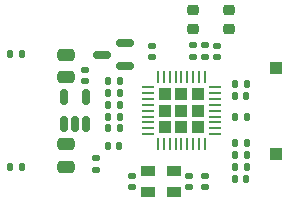
<source format=gbr>
%TF.GenerationSoftware,KiCad,Pcbnew,6.0.7+dfsg-1~bpo11+1*%
%TF.CreationDate,2022-09-16T06:51:35+00:00*%
%TF.ProjectId,0102-TILEDAP,30313032-2d54-4494-9c45-4441502e6b69,V1.3*%
%TF.SameCoordinates,Original*%
%TF.FileFunction,Paste,Top*%
%TF.FilePolarity,Positive*%
%FSLAX46Y46*%
G04 Gerber Fmt 4.6, Leading zero omitted, Abs format (unit mm)*
G04 Created by KiCad (PCBNEW 6.0.7+dfsg-1~bpo11+1) date 2022-09-16 06:51:35*
%MOMM*%
%LPD*%
G01*
G04 APERTURE LIST*
G04 Aperture macros list*
%AMRoundRect*
0 Rectangle with rounded corners*
0 $1 Rounding radius*
0 $2 $3 $4 $5 $6 $7 $8 $9 X,Y pos of 4 corners*
0 Add a 4 corners polygon primitive as box body*
4,1,4,$2,$3,$4,$5,$6,$7,$8,$9,$2,$3,0*
0 Add four circle primitives for the rounded corners*
1,1,$1+$1,$2,$3*
1,1,$1+$1,$4,$5*
1,1,$1+$1,$6,$7*
1,1,$1+$1,$8,$9*
0 Add four rect primitives between the rounded corners*
20,1,$1+$1,$2,$3,$4,$5,0*
20,1,$1+$1,$4,$5,$6,$7,0*
20,1,$1+$1,$6,$7,$8,$9,0*
20,1,$1+$1,$8,$9,$2,$3,0*%
G04 Aperture macros list end*
%ADD10RoundRect,0.140000X-0.170000X0.140000X-0.170000X-0.140000X0.170000X-0.140000X0.170000X0.140000X0*%
%ADD11RoundRect,0.250000X-0.475000X0.250000X-0.475000X-0.250000X0.475000X-0.250000X0.475000X0.250000X0*%
%ADD12RoundRect,0.140000X0.170000X-0.140000X0.170000X0.140000X-0.170000X0.140000X-0.170000X-0.140000X0*%
%ADD13RoundRect,0.140000X0.140000X0.170000X-0.140000X0.170000X-0.140000X-0.170000X0.140000X-0.170000X0*%
%ADD14RoundRect,0.218750X0.256250X-0.218750X0.256250X0.218750X-0.256250X0.218750X-0.256250X-0.218750X0*%
%ADD15RoundRect,0.135000X-0.135000X-0.185000X0.135000X-0.185000X0.135000X0.185000X-0.135000X0.185000X0*%
%ADD16RoundRect,0.135000X-0.185000X0.135000X-0.185000X-0.135000X0.185000X-0.135000X0.185000X0.135000X0*%
%ADD17RoundRect,0.135000X0.135000X0.185000X-0.135000X0.185000X-0.135000X-0.185000X0.135000X-0.185000X0*%
%ADD18RoundRect,0.135000X0.185000X-0.135000X0.185000X0.135000X-0.185000X0.135000X-0.185000X-0.135000X0*%
%ADD19R,1.000000X1.100000*%
%ADD20RoundRect,0.150000X0.150000X-0.512500X0.150000X0.512500X-0.150000X0.512500X-0.150000X-0.512500X0*%
%ADD21RoundRect,0.250000X0.300000X-0.300000X0.300000X0.300000X-0.300000X0.300000X-0.300000X-0.300000X0*%
%ADD22RoundRect,0.062500X0.062500X-0.475000X0.062500X0.475000X-0.062500X0.475000X-0.062500X-0.475000X0*%
%ADD23RoundRect,0.062500X0.475000X-0.062500X0.475000X0.062500X-0.475000X0.062500X-0.475000X-0.062500X0*%
%ADD24R,1.200000X0.900000*%
%ADD25RoundRect,0.250000X0.475000X-0.250000X0.475000X0.250000X-0.475000X0.250000X-0.475000X-0.250000X0*%
%ADD26RoundRect,0.150000X0.587500X0.150000X-0.587500X0.150000X-0.587500X-0.150000X0.587500X-0.150000X0*%
%ADD27RoundRect,0.140000X-0.140000X-0.170000X0.140000X-0.170000X0.140000X0.170000X-0.140000X0.170000X0*%
G04 APERTURE END LIST*
D10*
%TO.C,C2*%
X13100000Y15780000D03*
X13100000Y14820000D03*
%TD*%
D11*
%TO.C,C3*%
X11500000Y17050000D03*
X11500000Y15150000D03*
%TD*%
D12*
%TO.C,C4*%
X23300000Y5840000D03*
X23300000Y6800000D03*
%TD*%
D10*
%TO.C,C5*%
X24300000Y17760000D03*
X24300000Y16800000D03*
%TD*%
%TO.C,C7*%
X18800000Y17760000D03*
X18800000Y16800000D03*
%TD*%
D13*
%TO.C,C12*%
X26760000Y13550000D03*
X25800000Y13550000D03*
%TD*%
%TO.C,C13*%
X26760000Y6550000D03*
X25800000Y6550000D03*
%TD*%
D14*
%TO.C,D1*%
X25300000Y19225000D03*
X25300000Y20800000D03*
%TD*%
%TO.C,D3*%
X22300000Y19224999D03*
X22300000Y20799999D03*
%TD*%
D15*
%TO.C,R1*%
X6790000Y17100000D03*
X7810000Y17100000D03*
%TD*%
D16*
%TO.C,R2*%
X14050000Y8320000D03*
X14050000Y7300000D03*
%TD*%
D17*
%TO.C,R3*%
X7810000Y7500000D03*
X6790000Y7500000D03*
%TD*%
D18*
%TO.C,R11*%
X23300000Y16800000D03*
X23300000Y17820000D03*
%TD*%
D15*
%TO.C,R12*%
X25800000Y14550000D03*
X26820000Y14550000D03*
%TD*%
%TO.C,R13*%
X25800000Y7550000D03*
X26820000Y7550000D03*
%TD*%
D18*
%TO.C,R15*%
X22300000Y16800000D03*
X22300000Y17820000D03*
%TD*%
D19*
%TO.C,SW1*%
X29300000Y15950000D03*
X29300000Y8650000D03*
%TD*%
D20*
%TO.C,U1*%
X11350000Y11162500D03*
X12300000Y11162500D03*
X13250000Y11162500D03*
X13250000Y13437500D03*
X11350000Y13437500D03*
%TD*%
D12*
%TO.C,C8*%
X21950000Y5820000D03*
X21950000Y6780000D03*
%TD*%
D10*
%TO.C,C11*%
X17150000Y6780000D03*
X17150000Y5820000D03*
%TD*%
D17*
%TO.C,R6*%
X26820000Y8550000D03*
X25800000Y8550000D03*
%TD*%
%TO.C,R7*%
X26819999Y9550000D03*
X25799999Y9550000D03*
%TD*%
%TO.C,R9*%
X26819999Y11800000D03*
X25799999Y11800000D03*
%TD*%
D21*
%TO.C,U2*%
X19930000Y13670000D03*
X21300000Y13670000D03*
X19930000Y10930000D03*
X21300000Y12300000D03*
X19930000Y12300000D03*
X21300000Y10930000D03*
X22670000Y13670000D03*
X22670000Y10930000D03*
X22670000Y12300000D03*
D22*
X19300000Y9462500D03*
X19800000Y9462500D03*
X20300000Y9462500D03*
X20800000Y9462500D03*
X21300000Y9462500D03*
X21800000Y9462500D03*
X22300000Y9462500D03*
X22800000Y9462500D03*
X23300000Y9462500D03*
D23*
X24137500Y10300000D03*
X24137500Y10800000D03*
X24137500Y11300000D03*
X24137500Y11800000D03*
X24137500Y12300000D03*
X24137500Y12800000D03*
X24137500Y13300000D03*
X24137500Y13800000D03*
X24137500Y14300000D03*
D22*
X23300000Y15137500D03*
X22800000Y15137500D03*
X22300000Y15137500D03*
X21800000Y15137500D03*
X21300000Y15137500D03*
X20800000Y15137500D03*
X20300000Y15137500D03*
X19800000Y15137500D03*
X19300000Y15137500D03*
D23*
X18462500Y14300000D03*
X18462500Y13800000D03*
X18462500Y13300000D03*
X18462500Y12800000D03*
X18462500Y12300000D03*
X18462500Y11800000D03*
X18462500Y11300000D03*
X18462500Y10800000D03*
X18462500Y10300000D03*
%TD*%
D24*
%TO.C,Y1*%
X18450000Y5420000D03*
X20650000Y5420000D03*
X20650000Y7180000D03*
X18450000Y7180000D03*
%TD*%
D25*
%TO.C,C1*%
X11500000Y7550000D03*
X11500000Y9450000D03*
%TD*%
D26*
%TO.C,Q1*%
X16487500Y16100000D03*
X16487500Y18000000D03*
X14612500Y17050000D03*
%TD*%
D17*
%TO.C,R14*%
X16060000Y14800000D03*
X15040000Y14800000D03*
%TD*%
D15*
%TO.C,R10*%
X15040000Y13800000D03*
X16060000Y13800000D03*
%TD*%
D27*
%TO.C,C6*%
X15090000Y9300000D03*
X16050000Y9300000D03*
%TD*%
D17*
%TO.C,R4*%
X16060000Y11800000D03*
X15040000Y11800000D03*
%TD*%
%TO.C,R5*%
X16060000Y12800000D03*
X15040000Y12800000D03*
%TD*%
%TO.C,R8*%
X16060000Y10800000D03*
X15040000Y10800000D03*
%TD*%
M02*

</source>
